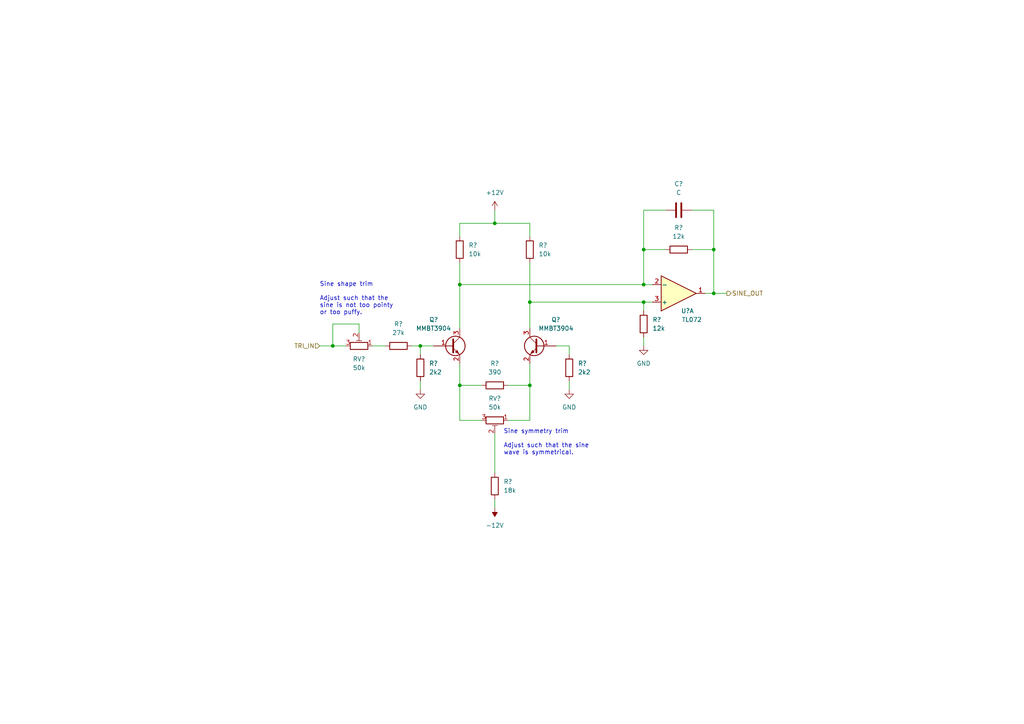
<source format=kicad_sch>
(kicad_sch (version 20211123) (generator eeschema)
  (paper "A4")
  (lib_symbols
    (symbol "Amplifier_Operational:TL072" (pin_names (offset 0.127))
      (property "Reference" "U" (at 0 5.08 0))
      (property "Value" "TL072" (at 0 -5.08 0))
      (symbol "TL072_1_1"
        (polyline (pts (xy -5.08 5.08) (xy 5.08 0) (xy -5.08 -5.08) (xy -5.08 5.08)) (stroke (width 0.254)) (fill (type background)))
        (pin output line (at 7.62 0 180) (length 2.54) (name "~") (number "1"))
        (pin input line (at -7.62 -2.54 0) (length 2.54) (name "-") (number "2"))
        (pin input line (at -7.62 2.54 0) (length 2.54) (name "+") (number "3"))
      )
      (symbol "TL072_2_1"
        (polyline (pts (xy -5.08 5.08) (xy 5.08 0) (xy -5.08 -5.08) (xy -5.08 5.08)) (stroke (width 0.254)) (fill (type background)))
        (pin input line (at -7.62 2.54 0) (length 2.54) (name "+") (number "5"))
        (pin input line (at -7.62 -2.54 0) (length 2.54) (name "-") (number "6"))
        (pin output line (at 7.62 0 180) (length 2.54) (name "~") (number "7"))
      )
      (symbol "TL072_3_1"
        (pin power_in line (at -2.54 -7.62 90) (length 3.81) (name "V-") (number "4"))
        (pin power_in line (at -2.54 7.62 270) (length 3.81) (name "V+") (number "8"))
      )
    )
    (symbol "Device:C" (pin_numbers hide) (pin_names (offset 0.254))
      (property "Reference" "C" (at 0.635 2.54 0))
      (property "Value" "C" (at 0.635 -2.54 0))
      (symbol "C_0_1"
        (polyline (pts (xy -2.032 -0.762) (xy 2.032 -0.762)) (stroke (width 0.508)))
        (polyline (pts (xy -2.032 0.762) (xy 2.032 0.762)) (stroke (width 0.508)))
      )
      (symbol "C_1_1"
        (pin passive line (at 0 3.81 270) (length 2.794) (name "~") (number "1"))
        (pin passive line (at 0 -3.81 90) (length 2.794) (name "~") (number "2"))
      )
    )
    (symbol "Device:R" (pin_numbers hide) (pin_names (offset 0))
      (property "Reference" "R" (at 2.032 0 90))
      (property "Value" "R" (at 0 0 90))
      (symbol "R_0_1"
        (rectangle (start -1.016 -2.54) (end 1.016 2.54) (stroke (width 0.254)))
      )
      (symbol "R_1_1"
        (pin passive line (at 0 3.81 270) (length 1.27) (name "~") (number "1"))
        (pin passive line (at 0 -3.81 90) (length 1.27) (name "~") (number "2"))
      )
    )
    (symbol "Device:R_Potentiometer_Trim" (pin_names (offset 1.016) hide)
      (property "Reference" "RV" (at -4.445 0 90))
      (property "Value" "R_Potentiometer_Trim" (at -2.54 0 90))
      (symbol "R_Potentiometer_Trim_0_1"
        (polyline (pts (xy 1.524 0.762) (xy 1.524 -0.762)))
        (polyline (pts (xy 2.54 0) (xy 1.524 0)))
        (rectangle (start 1.016 2.54) (end -1.016 -2.54) (stroke (width 0.254)))
      )
      (symbol "R_Potentiometer_Trim_1_1"
        (pin passive line (at 0 3.81 270) (length 1.27) (name "1") (number "1"))
        (pin passive line (at 3.81 0 180) (length 1.27) (name "2") (number "2"))
        (pin passive line (at 0 -3.81 90) (length 1.27) (name "3") (number "3"))
      )
    )
    (symbol "Transistor_BJT:MMBT3904" (pin_names (offset 0) hide)
      (property "Reference" "Q" (at 5.08 1.905 0))
      (property "Value" "MMBT3904" (at 5.08 0 0))
      (symbol "MMBT3904_0_1"
        (polyline (pts (xy 0.635 0.635) (xy 2.54 2.54)))
        (polyline (pts (xy 0.635 -0.635) (xy 2.54 -2.54) (xy 2.54 -2.54)))
        (polyline (pts (xy 0.635 1.905) (xy 0.635 -1.905) (xy 0.635 -1.905)) (stroke (width 0.508)))
        (polyline (pts (xy 1.27 -1.778) (xy 1.778 -1.27) (xy 2.286 -2.286) (xy 1.27 -1.778) (xy 1.27 -1.778)) (fill (type outline)))
        (circle (center 1.27 0) (radius 2.8194) (stroke (width 0.254)))
      )
      (symbol "MMBT3904_1_1"
        (pin input line (at -5.08 0 0) (length 5.715) (name "B") (number "1"))
        (pin passive line (at 2.54 -5.08 90) (length 2.54) (name "E") (number "2"))
        (pin passive line (at 2.54 5.08 270) (length 2.54) (name "C") (number "3"))
      )
    )
    (symbol "power:+12V" (power) (pin_names (offset 0))
      (property "Value" "+12V" (at 0 3.556 0))
      (symbol "+12V_0_1"
        (polyline (pts (xy -0.762 1.27) (xy 0 2.54)))
        (polyline (pts (xy 0 0) (xy 0 2.54)))
        (polyline (pts (xy 0 2.54) (xy 0.762 1.27)))
      )
      (symbol "+12V_1_1"
        (pin power_in line (at 0 0 90) (length 0) hide (name "+12V") (number "1"))
      )
    )
    (symbol "power:-12V" (power) (pin_names (offset 0))
      (property "Value" "-12V" (at 0 3.81 0))
      (symbol "-12V_0_0"
        (pin power_in line (at 0 0 90) (length 0) hide (name "-12V") (number "1"))
      )
      (symbol "-12V_0_1"
        (polyline (pts (xy 0 0) (xy 0 1.27) (xy 0.762 1.27) (xy 0 2.54) (xy -0.762 1.27) (xy 0 1.27)) (fill (type outline)))
      )
    )
    (symbol "power:GND" (power) (pin_names (offset 0))
      (property "Value" "GND" (at 0 -3.81 0))
      (symbol "GND_0_1"
        (polyline (pts (xy 0 0) (xy 0 -1.27) (xy 1.27 -1.27) (xy 0 -2.54) (xy -1.27 -1.27) (xy 0 -1.27)))
      )
      (symbol "GND_1_1"
        (pin power_in line (at 0 0 270) (length 0) hide (name "GND") (number "1"))
      )
    )
  )
  (junction (at 207.01 72.39))
  (junction (at 153.67 111.76))
  (junction (at 207.01 85.09))
  (junction (at 153.67 87.63))
  (junction (at 121.92 100.33))
  (junction (at 186.69 72.39))
  (junction (at 133.35 111.76))
  (junction (at 186.69 87.63))
  (junction (at 143.51 64.77))
  (junction (at 96.52 100.33))
  (junction (at 186.69 82.55))
  (junction (at 133.35 82.55))
  (wire (pts (xy 143.51 125.73) (xy 143.51 137.16)))
  (wire (pts (xy 207.01 72.39) (xy 200.66 72.39)))
  (wire (pts (xy 165.1 100.33) (xy 161.29 100.33)))
  (wire (pts (xy 133.35 82.55) (xy 133.35 95.25)))
  (wire (pts (xy 153.67 121.92) (xy 153.67 111.76)))
  (wire (pts (xy 104.14 93.98) (xy 104.14 96.52)))
  (wire (pts (xy 186.69 72.39) (xy 193.04 72.39)))
  (wire (pts (xy 139.7 121.92) (xy 133.35 121.92)))
  (wire (pts (xy 186.69 87.63) (xy 189.23 87.63)))
  (wire (pts (xy 143.51 64.77) (xy 133.35 64.77)))
  (wire (pts (xy 200.66 60.96) (xy 207.01 60.96)))
  (wire (pts (xy 186.69 82.55) (xy 186.69 72.39)))
  (wire (pts (xy 186.69 60.96) (xy 186.69 72.39)))
  (wire (pts (xy 153.67 68.58) (xy 153.67 64.77)))
  (wire (pts (xy 207.01 85.09) (xy 210.82 85.09)))
  (wire (pts (xy 186.69 90.17) (xy 186.69 87.63)))
  (wire (pts (xy 165.1 110.49) (xy 165.1 113.03)))
  (wire (pts (xy 121.92 110.49) (xy 121.92 113.03)))
  (wire (pts (xy 133.35 121.92) (xy 133.35 111.76)))
  (wire (pts (xy 133.35 111.76) (xy 139.7 111.76)))
  (wire (pts (xy 204.47 85.09) (xy 207.01 85.09)))
  (wire (pts (xy 153.67 87.63) (xy 153.67 95.25)))
  (wire (pts (xy 147.32 111.76) (xy 153.67 111.76)))
  (wire (pts (xy 133.35 64.77) (xy 133.35 68.58)))
  (wire (pts (xy 119.38 100.33) (xy 121.92 100.33)))
  (wire (pts (xy 165.1 102.87) (xy 165.1 100.33)))
  (wire (pts (xy 186.69 97.79) (xy 186.69 100.33)))
  (wire (pts (xy 100.33 100.33) (xy 96.52 100.33)))
  (wire (pts (xy 92.71 100.33) (xy 96.52 100.33)))
  (wire (pts (xy 147.32 121.92) (xy 153.67 121.92)))
  (wire (pts (xy 189.23 82.55) (xy 186.69 82.55)))
  (wire (pts (xy 153.67 87.63) (xy 186.69 87.63)))
  (wire (pts (xy 193.04 60.96) (xy 186.69 60.96)))
  (wire (pts (xy 207.01 85.09) (xy 207.01 72.39)))
  (wire (pts (xy 133.35 111.76) (xy 133.35 105.41)))
  (wire (pts (xy 121.92 102.87) (xy 121.92 100.33)))
  (wire (pts (xy 153.67 64.77) (xy 143.51 64.77)))
  (wire (pts (xy 153.67 76.2) (xy 153.67 87.63)))
  (wire (pts (xy 96.52 93.98) (xy 104.14 93.98)))
  (wire (pts (xy 207.01 60.96) (xy 207.01 72.39)))
  (wire (pts (xy 143.51 144.78) (xy 143.51 147.32)))
  (wire (pts (xy 133.35 82.55) (xy 186.69 82.55)))
  (wire (pts (xy 133.35 76.2) (xy 133.35 82.55)))
  (wire (pts (xy 121.92 100.33) (xy 125.73 100.33)))
  (wire (pts (xy 153.67 111.76) (xy 153.67 105.41)))
  (wire (pts (xy 143.51 60.96) (xy 143.51 64.77)))
  (wire (pts (xy 107.95 100.33) (xy 111.76 100.33)))
  (wire (pts (xy 96.52 100.33) (xy 96.52 93.98)))
  (text "Sine shape trim\n\nAdjust such that the\nsine is not too pointy\nor too puffy." (at 92.71 91.44 0) (effects (font (size 1.27 1.27)) (justify left bottom)))
  (text "Sine symmetry trim\n\nAdjust such that the sine\nwave is symmetrical." (at 146.05 132.08 0) (effects (font (size 1.27 1.27)) (justify left bottom)))
  (hierarchical_label "TRI_IN" (shape input) (at 92.71 100.33 180))
  (hierarchical_label "SINE_OUT" (shape output) (at 210.82 85.09 0))
  (symbol (lib_id "power:GND") (at 121.92 113.03 0) (unit 1)
    (property "Reference" "#PWR?" (effects hide))
    (property "Value" "GND" (at 121.92 118.11 0))
  )
  (symbol (lib_id "Device:R") (at 133.35 72.39 0) (unit 1)
    (property "Reference" "R?" (at 135.89 71.1199 0) (effects (justify left)))
    (property "Value" "10k" (at 135.89 73.6599 0) (effects (justify left)))
  )
  (symbol (lib_id "Device:R") (at 143.51 140.97 0) (unit 1)
    (property "Reference" "R?" (at 146.05 139.6999 0) (effects (justify left)))
    (property "Value" "18k" (at 146.05 142.2399 0) (effects (justify left)))
  )
  (symbol (lib_id "Device:R_Potentiometer_Trim") (at 104.14 100.33 270) (mirror x) (unit 1)
    (property "Reference" "RV?" (at 104.14 104.14 90))
    (property "Value" "50k" (at 104.14 106.68 90))
  )
  (symbol (lib_id "Device:R") (at 153.67 72.39 0) (unit 1)
    (property "Reference" "R?" (at 156.21 71.1199 0) (effects (justify left)))
    (property "Value" "10k" (at 156.21 73.6599 0) (effects (justify left)))
  )
  (symbol (lib_id "Amplifier_Operational:TL072") (at 196.85 85.09 0) (mirror x) (unit 1)
    (property "Reference" "U?" (at 199.39 90.17 0))
    (property "Value" "TL072" (at 200.66 92.71 0))
    (property "Datasheet" "http://www.ti.com/lit/ds/symlink/tl071.pdf" (effects hide))
  )
  (symbol (lib_id "Device:R") (at 165.1 106.68 0) (unit 1)
    (property "Reference" "R?" (at 167.64 105.4099 0) (effects (justify left)))
    (property "Value" "2k2" (at 167.64 107.9499 0) (effects (justify left)))
  )
  (symbol (lib_id "Device:R") (at 115.57 100.33 90) (unit 1)
    (property "Reference" "R?" (at 115.57 93.98 90))
    (property "Value" "27k" (at 115.57 96.52 90))
  )
  (symbol (lib_id "Device:R") (at 186.69 93.98 180) (unit 1)
    (property "Reference" "R?" (at 189.23 92.7099 0) (effects (justify right)))
    (property "Value" "12k" (at 189.23 95.2499 0) (effects (justify right)))
  )
  (symbol (lib_id "Transistor_BJT:MMBT3904") (at 156.21 100.33 0) (mirror y) (unit 1)
    (property "Reference" "Q?" (at 162.56 92.71 0) (effects (justify left)))
    (property "Value" "MMBT3904" (at 166.37 95.25 0) (effects (justify left)))
    (property "Footprint" "Package_TO_SOT_SMD:SOT-23" (effects hide))
    (property "Datasheet" "https://www.onsemi.com/pub/Collateral/2N3903-D.PDF" (effects hide))
  )
  (symbol (lib_id "Device:R") (at 121.92 106.68 0) (unit 1)
    (property "Reference" "R?" (at 124.46 105.4099 0) (effects (justify left)))
    (property "Value" "2k2" (at 124.46 107.9499 0) (effects (justify left)))
  )
  (symbol (lib_id "power:+12V") (at 143.51 60.96 0) (unit 1)
    (property "Reference" "#PWR?" (effects hide))
    (property "Value" "+12V" (at 143.51 55.88 0))
  )
  (symbol (lib_id "Device:R") (at 143.51 111.76 90) (unit 1)
    (property "Reference" "R?" (at 143.51 105.41 90))
    (property "Value" "390" (at 143.51 107.95 90))
  )
  (symbol (lib_id "power:-12V") (at 143.51 147.32 180) (unit 1)
    (property "Reference" "#PWR?" (effects hide))
    (property "Value" "-12V" (at 143.51 152.4 0))
  )
  (symbol (lib_id "Device:R") (at 196.85 72.39 90) (unit 1)
    (property "Reference" "R?" (at 196.85 66.04 90))
    (property "Value" "12k" (at 196.85 68.58 90))
  )
  (symbol (lib_id "power:GND") (at 186.69 100.33 0) (unit 1)
    (property "Reference" "#PWR?" (effects hide))
    (property "Value" "GND" (at 186.69 105.41 0))
  )
  (symbol (lib_id "Device:C") (at 196.85 60.96 90) (unit 1)
    (property "Reference" "C?" (at 196.85 53.34 90))
    (property "Value" "C" (at 196.85 55.88 90))
  )
  (symbol (lib_id "Device:R_Potentiometer_Trim") (at 143.51 121.92 270) (unit 1)
    (property "Reference" "RV?" (at 143.51 115.57 90))
    (property "Value" "50k" (at 143.51 118.11 90))
  )
  (symbol (lib_id "Transistor_BJT:MMBT3904") (at 130.81 100.33 0) (unit 1)
    (property "Reference" "Q?" (at 124.46 92.71 0) (effects (justify left)))
    (property "Value" "MMBT3904" (at 120.65 95.25 0) (effects (justify left)))
    (property "Footprint" "Package_TO_SOT_SMD:SOT-23" (effects hide))
    (property "Datasheet" "https://www.onsemi.com/pub/Collateral/2N3903-D.PDF" (effects hide))
  )
  (symbol (lib_id "power:GND") (at 165.1 113.03 0) (mirror y) (unit 1)
    (property "Reference" "#PWR?" (effects hide))
    (property "Value" "GND" (at 165.1 118.11 0))
  )
)
</source>
